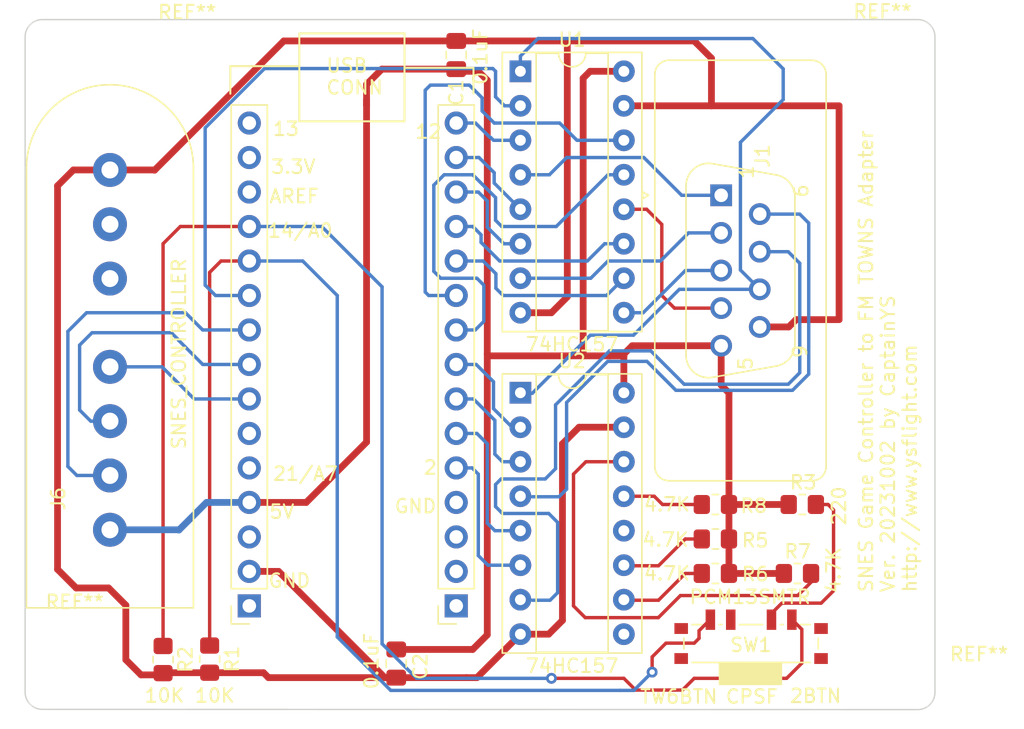
<source format=kicad_pcb>
(kicad_pcb (version 20221018) (generator pcbnew)
  (layers (0 "F.Cu" signal) (31 "B.Cu" signal) (34 "B.Paste" user) (35 "F.Paste" user) (36 "B.SilkS" user "B.Silkscreen") (37 "F.SilkS" user "F.Silkscreen") (38 "B.Mask" user) (39 "F.Mask" user) (44 "Edge.Cuts" user))
  (net 0 "")
  (net 1 "+5V")
  (net 2 "GND")
  (net 3 "/OUT_P1")
  (net 4 "/OUT_P2")
  (net 5 "/OUT_P3")
  (net 6 "/OUT_P4")
  (net 7 "/OUT_P6")
  (net 8 "/OUT_P7")
  (net 9 "/COM")
  (net 14 "/TWNS2BTN")
  (net 15 "/TWNS6BTN")
  (net 16 "/DATA")
  (net 17 "/LATCH")
  (net 18 "/CLOCK")
  (net 22 "/OUT_P7B")
  (net 23 "/OUT_P7A")
  (net 24 "/OUT_P6B")
  (net 25 "/OUT_P6A")
  (net 26 "/OUT_P4B")
  (net 27 "/OUT_P4A")
  (net 28 "/OUT_P3B")
  (net 29 "/OUT_P3A")
  (net 30 "/OUT_P2B")
  (net 31 "/OUT_P2A")
  (net 32 "/OUT_P1B")
  (net 33 "/OUT_P1A")
  (net 41 "Net-(R3-Pad1)")
  (net 43 "Net-(U2-I0c)")
  (net 44 "Net-(U2-I1c)")
  (net 45 "Net-(U2-I0d)")
  (net 46 "Net-(U2-I1d)")
  (footprint "MountingHole:MountingHole_3.2mm_M3" (layer "F.Cu") (at 109.0676 110.5916)
    (fp_text reference "REF**" (at 0 -4.2) (layer "F.SilkS"))
    (fp_text value "2.85mm")
    (pad "" np_thru_hole circle (at 0 0) (size 2.9 2.9) (drill 2.9) (layers "F&B.Cu" "*.Mask"))
  )
  (footprint "Resistor_SMD:R_0805_2012Metric_Pad1.20x1.40mm_HandSolder" (layer "F.Cu") (at 156.2448 104.2924 180)
    (fp_text reference "R6" (at -2.9304 -0.0508) (layer "F.SilkS"))
    (fp_text value "4.7K" (at 3.572 0) (layer "F.SilkS"))
    (pad "1" smd roundrect (at -1 0 180) (size 1.2 1.4) (layers "F.Cu" "F.Paste" "F.Mask") (roundrect_rratio 0.208333) (net 1 "+5V"))
    (pad "2" smd roundrect (at 1 0 180) (size 1.2 1.4) (layers "F.Cu" "F.Paste" "F.Mask") (roundrect_rratio 0.208333) (net 44 "Net-(U2-I1c)"))
  )
  (footprint "Package_DIP:DIP-16_W7.62mm_Socket" (layer "F.Cu") (at 141.8844 90.9828)
    (fp_text reference "U2" (at 3.81 -2.33) (layer "F.SilkS"))
    (fp_text value "74HC157" (at 3.81 20.11) (layer "F.SilkS"))
    (pad "1" thru_hole rect (at 0 0) (size 1.6 1.6) (drill 0.8) (layers "*.Cu" "*.Mask") (net 9 "/COM"))
    (pad "2" thru_hole oval (at 0 2.54) (size 1.6 1.6) (drill 0.8) (layers "*.Cu" "*.Mask") (net 25 "/OUT_P6A"))
    (pad "3" thru_hole oval (at 0 5.08) (size 1.6 1.6) (drill 0.8) (layers "*.Cu" "*.Mask") (net 24 "/OUT_P6B"))
    (pad "4" thru_hole oval (at 0 7.62) (size 1.6 1.6) (drill 0.8) (layers "*.Cu" "*.Mask") (net 7 "/OUT_P6"))
    (pad "5" thru_hole oval (at 0 10.16) (size 1.6 1.6) (drill 0.8) (layers "*.Cu" "*.Mask") (net 23 "/OUT_P7A"))
    (pad "6" thru_hole oval (at 0 12.7) (size 1.6 1.6) (drill 0.8) (layers "*.Cu" "*.Mask") (net 22 "/OUT_P7B"))
    (pad "7" thru_hole oval (at 0 15.24) (size 1.6 1.6) (drill 0.8) (layers "*.Cu" "*.Mask") (net 8 "/OUT_P7"))
    (pad "8" thru_hole oval (at 0 17.78) (size 1.6 1.6) (drill 0.8) (layers "*.Cu" "*.Mask") (net 2 "GND"))
    (pad "9" thru_hole oval (at 7.62 17.78) (size 1.6 1.6) (drill 0.8) (layers "*.Cu" "*.Mask"))
    (pad "10" thru_hole oval (at 7.62 15.24) (size 1.6 1.6) (drill 0.8) (layers "*.Cu" "*.Mask") (net 44 "Net-(U2-I1c)"))
    (pad "11" thru_hole oval (at 7.62 12.7) (size 1.6 1.6) (drill 0.8) (layers "*.Cu" "*.Mask") (net 43 "Net-(U2-I0c)"))
    (pad "12" thru_hole oval (at 7.62 10.16) (size 1.6 1.6) (drill 0.8) (layers "*.Cu" "*.Mask"))
    (pad "13" thru_hole oval (at 7.62 7.62) (size 1.6 1.6) (drill 0.8) (layers "*.Cu" "*.Mask") (net 46 "Net-(U2-I1d)"))
    (pad "14" thru_hole oval (at 7.62 5.08) (size 1.6 1.6) (drill 0.8) (layers "*.Cu" "*.Mask") (net 45 "Net-(U2-I0d)"))
    (pad "15" thru_hole oval (at 7.62 2.54) (size 1.6 1.6) (drill 0.8) (layers "*.Cu" "*.Mask") (net 2 "GND"))
    (pad "16" thru_hole oval (at 7.62 0) (size 1.6 1.6) (drill 0.8) (layers "*.Cu" "*.Mask") (net 1 "+5V"))
  )
  (footprint "Package_DIP:DIP-16_W7.62mm_Socket" (layer "F.Cu") (at 141.8844 67.31)
    (fp_text reference "U1" (at 3.81 -2.33) (layer "F.SilkS"))
    (fp_text value "74HC157" (at 3.81 20.11) (layer "F.SilkS"))
    (pad "1" thru_hole rect (at 0 0) (size 1.6 1.6) (drill 0.8) (layers "*.Cu" "*.Mask") (net 9 "/COM"))
    (pad "2" thru_hole oval (at 0 2.54) (size 1.6 1.6) (drill 0.8) (layers "*.Cu" "*.Mask") (net 33 "/OUT_P1A"))
    (pad "3" thru_hole oval (at 0 5.08) (size 1.6 1.6) (drill 0.8) (layers "*.Cu" "*.Mask") (net 32 "/OUT_P1B"))
    (pad "4" thru_hole oval (at 0 7.62) (size 1.6 1.6) (drill 0.8) (layers "*.Cu" "*.Mask") (net 3 "/OUT_P1"))
    (pad "5" thru_hole oval (at 0 10.16) (size 1.6 1.6) (drill 0.8) (layers "*.Cu" "*.Mask") (net 31 "/OUT_P2A"))
    (pad "6" thru_hole oval (at 0 12.7) (size 1.6 1.6) (drill 0.8) (layers "*.Cu" "*.Mask") (net 30 "/OUT_P2B"))
    (pad "7" thru_hole oval (at 0 15.24) (size 1.6 1.6) (drill 0.8) (layers "*.Cu" "*.Mask") (net 4 "/OUT_P2"))
    (pad "8" thru_hole oval (at 0 17.78) (size 1.6 1.6) (drill 0.8) (layers "*.Cu" "*.Mask") (net 2 "GND"))
    (pad "9" thru_hole oval (at 7.62 17.78) (size 1.6 1.6) (drill 0.8) (layers "*.Cu" "*.Mask") (net 5 "/OUT_P3"))
    (pad "10" thru_hole oval (at 7.62 15.24) (size 1.6 1.6) (drill 0.8) (layers "*.Cu" "*.Mask") (net 28 "/OUT_P3B"))
    (pad "11" thru_hole oval (at 7.62 12.7) (size 1.6 1.6) (drill 0.8) (layers "*.Cu" "*.Mask") (net 29 "/OUT_P3A"))
    (pad "12" thru_hole oval (at 7.62 10.16) (size 1.6 1.6) (drill 0.8) (layers "*.Cu" "*.Mask") (net 6 "/OUT_P4"))
    (pad "13" thru_hole oval (at 7.62 7.62) (size 1.6 1.6) (drill 0.8) (layers "*.Cu" "*.Mask") (net 26 "/OUT_P4B"))
    (pad "14" thru_hole oval (at 7.62 5.08) (size 1.6 1.6) (drill 0.8) (layers "*.Cu" "*.Mask") (net 27 "/OUT_P4A"))
    (pad "15" thru_hole oval (at 7.62 2.54) (size 1.6 1.6) (drill 0.8) (layers "*.Cu" "*.Mask") (net 2 "GND"))
    (pad "16" thru_hole oval (at 7.62 0) (size 1.6 1.6) (drill 0.8) (layers "*.Cu" "*.Mask") (net 1 "+5V"))
  )
  (footprint "Resistor_SMD:R_0805_2012Metric_Pad1.20x1.40mm_HandSolder" (layer "F.Cu") (at 156.2448 101.7524 180)
    (fp_text reference "R5" (at -2.9304 -0.1016) (layer "F.SilkS"))
    (fp_text value "4.7K" (at 3.6736 -0.0508) (layer "F.SilkS"))
    (pad "1" smd roundrect (at -1 0 180) (size 1.2 1.4) (layers "F.Cu" "F.Paste" "F.Mask") (roundrect_rratio 0.208333) (net 1 "+5V"))
    (pad "2" smd roundrect (at 1 0 180) (size 1.2 1.4) (layers "F.Cu" "F.Paste" "F.Mask") (roundrect_rratio 0.208333) (net 43 "Net-(U2-I0c)"))
  )
  (footprint "Connector_PinSocket_2.54mm:PinSocket_1x15_P2.54mm_Vertical" (layer "F.Cu") (at 121.92 106.68 180)
    (fp_text reference "J9")
    (fp_text value "ArduinoNANOP16_P30")
    (pad "1" thru_hole rect (at 0 0 180) (size 1.7 1.7) (drill 1) (layers "*.Cu" "*.Mask"))
    (pad "2" thru_hole oval (at 0 2.54 180) (size 1.7 1.7) (drill 1) (layers "*.Cu" "*.Mask") (net 2 "GND"))
    (pad "3" thru_hole oval (at 0 5.08 180) (size 1.7 1.7) (drill 1) (layers "*.Cu" "*.Mask"))
    (pad "4" thru_hole oval (at 0 7.62 180) (size 1.7 1.7) (drill 1) (layers "*.Cu" "*.Mask") (net 1 "+5V"))
    (pad "5" thru_hole oval (at 0 10.16 180) (size 1.7 1.7) (drill 1) (layers "*.Cu" "*.Mask"))
    (pad "6" thru_hole oval (at 0 12.7 180) (size 1.7 1.7) (drill 1) (layers "*.Cu" "*.Mask"))
    (pad "7" thru_hole oval (at 0 15.24 180) (size 1.7 1.7) (drill 1) (layers "*.Cu" "*.Mask") (net 16 "/DATA"))
    (pad "8" thru_hole oval (at 0 17.78 180) (size 1.7 1.7) (drill 1) (layers "*.Cu" "*.Mask") (net 17 "/LATCH"))
    (pad "9" thru_hole oval (at 0 20.32 180) (size 1.7 1.7) (drill 1) (layers "*.Cu" "*.Mask") (net 18 "/CLOCK"))
    (pad "10" thru_hole oval (at 0 22.86 180) (size 1.7 1.7) (drill 1) (layers "*.Cu" "*.Mask") (net 33 "/OUT_P1A"))
    (pad "11" thru_hole oval (at 0 25.4 180) (size 1.7 1.7) (drill 1) (layers "*.Cu" "*.Mask") (net 15 "/TWNS6BTN"))
    (pad "12" thru_hole oval (at 0 27.94 180) (size 1.7 1.7) (drill 1) (layers "*.Cu" "*.Mask") (net 14 "/TWNS2BTN"))
    (pad "13" thru_hole oval (at 0 30.48 180) (size 1.7 1.7) (drill 1) (layers "*.Cu" "*.Mask"))
    (pad "14" thru_hole oval (at 0 33.02 180) (size 1.7 1.7) (drill 1) (layers "*.Cu" "*.Mask"))
    (pad "15" thru_hole oval (at 0 35.56 180) (size 1.7 1.7) (drill 1) (layers "*.Cu" "*.Mask"))
  )
  (footprint "Button_Switch_SMD:SW_SP3T_PCM13" (layer "F.Cu") (at 158.8756 109.126)
    (fp_text reference "SW1" (at -0.0192 0.4316) (layer "F.SilkS"))
    (fp_text value "PCM13SMTR" (at -0.0748 -3.1064) (layer "F.SilkS"))
    (pad "" smd rect (at -5.15 -0.78) (size 1 0.8) (layers "F.Cu" "F.Paste" "F.Mask"))
    (pad "" smd rect (at -5.15 1.43) (size 1 0.8) (layers "F.Cu" "F.Paste" "F.Mask"))
    (pad "" np_thru_hole circle (at -2.5 0.33) (size 0.9 0.9) (drill 0.9) (layers "*.Cu" "*.Mask"))
    (pad "" np_thru_hole circle (at 2.5 0.33) (size 0.9 0.9) (drill 0.9) (layers "*.Cu" "*.Mask"))
    (pad "" smd rect (at 5.15 -0.78) (size 1 0.8) (layers "F.Cu" "F.Paste" "F.Mask"))
    (pad "" smd rect (at 5.15 1.43) (size 1 0.8) (layers "F.Cu" "F.Paste" "F.Mask"))
    (pad "1" smd rect (at -3 -1.43) (size 0.7 1.5) (layers "F.Cu" "F.Paste" "F.Mask") (net 15 "/TWNS6BTN"))
    (pad "2" smd rect (at -1.5 -1.43) (size 0.7 1.5) (layers "F.Cu" "F.Paste" "F.Mask"))
    (pad "3" smd rect (at 1.5 -1.43) (size 0.7 1.5) (layers "F.Cu" "F.Paste" "F.Mask") (net 41 "Net-(R3-Pad1)"))
    (pad "4" smd rect (at 3 -1.43) (size 0.7 1.5) (layers "F.Cu" "F.Paste" "F.Mask") (net 14 "/TWNS2BTN"))
  )
  (footprint "SNES:SNES_Controller" (layer "F.Cu") (at 111.6584 101.0744 90)
    (fp_text reference "J6" (at 2.285 -3.81 90 unlocked) (layer "F.SilkS"))
    (fp_text value "SNES_CONTROLLER" (at 12.953 5.08 90 unlocked) (layer "F.SilkS"))
    (pad "1" thru_hole circle (at 0 0 90) (size 2.5 2.5) (drill 1.25) (layers "*.Cu" "*.Mask") (net 1 "+5V"))
    (pad "2" thru_hole circle (at 4 0 90) (size 2.5 2.5) (drill 1.25) (layers "*.Cu" "*.Mask") (net 18 "/CLOCK"))
    (pad "3" thru_hole circle (at 8 0 90) (size 2.5 2.5) (drill 1.25) (layers "*.Cu" "*.Mask") (net 17 "/LATCH"))
    (pad "4" thru_hole circle (at 12 0 90) (size 2.5 2.5) (drill 1.25) (layers "*.Cu" "*.Mask") (net 16 "/DATA"))
    (pad "5" thru_hole circle (at 18.5 0 90) (size 2.5 2.5) (drill 1.25) (layers "*.Cu" "*.Mask"))
    (pad "6" thru_hole circle (at 22.5 0 90) (size 2.5 2.5) (drill 1.25) (layers "*.Cu" "*.Mask"))
    (pad "7" thru_hole circle (at 26.5 0 90) (size 2.5 2.5) (drill 1.25) (layers "*.Cu" "*.Mask") (net 2 "GND"))
  )
  (footprint "MountingHole:MountingHole_3.2mm_M3" (layer "F.Cu") (at 117.348 67.1576)
    (fp_text reference "REF**" (at 0 -4.2) (layer "F.SilkS"))
    (fp_text value "2.85mm")
    (pad "" np_thru_hole circle (at 0 0) (size 2.9 2.9) (drill 2.9) (layers "F&B.Cu" "*.Mask"))
  )
  (footprint "MountingHole:MountingHole_3.2mm_M3" (layer "F.Cu") (at 168.5544 67.1068)
    (fp_text reference "REF**" (at 0 -4.2) (layer "F.SilkS"))
    (fp_text value "2.85mm")
    (pad "" np_thru_hole circle (at 0 0) (size 2.9 2.9) (drill 2.9) (layers "F&B.Cu" "*.Mask"))
  )
  (footprint "Resistor_SMD:R_0805_2012Metric_Pad1.20x1.40mm_HandSolder" (layer "F.Cu") (at 162.6456 99.2124 180)
    (fp_text reference "R3" (at -0.0668 1.6256) (layer "F.SilkS"))
    (fp_text value "220" (at -2.7084 -0.1016 90) (layer "F.SilkS"))
    (pad "1" smd roundrect (at -1 0 180) (size 1.2 1.4) (layers "F.Cu" "F.Paste" "F.Mask") (roundrect_rratio 0.208333) (net 41 "Net-(R3-Pad1)"))
    (pad "2" smd roundrect (at 1 0 180) (size 1.2 1.4) (layers "F.Cu" "F.Paste" "F.Mask") (roundrect_rratio 0.208333) (net 1 "+5V"))
  )
  (footprint "Resistor_SMD:R_0805_2012Metric_Pad1.20x1.40mm_HandSolder" (layer "F.Cu") (at 115.57 110.633 -90)
    (fp_text reference "R2" (at 0 -1.65 90) (layer "F.SilkS"))
    (fp_text value "10K" (at 2.651 -0.1016 180) (layer "F.SilkS"))
    (pad "1" smd roundrect (at -1 0 270) (size 1.2 1.4) (layers "F.Cu" "F.Paste" "F.Mask") (roundrect_rratio 0.208333) (net 14 "/TWNS2BTN"))
    (pad "2" smd roundrect (at 1 0 270) (size 1.2 1.4) (layers "F.Cu" "F.Paste" "F.Mask") (roundrect_rratio 0.208333) (net 2 "GND"))
  )
  (footprint "Connector_Dsub:DSUB-9_Female_Vertical_P2.77x2.84mm" (layer "F.Cu") (at 156.672 76.4406 90)
    (fp_text reference "J1" (at 2.89 3.048 90) (layer "F.SilkS"))
    (fp_text value "DE9_Receptacle")
    (pad "1" thru_hole rect (at 0 0 90) (size 1.6 1.6) (drill 1) (layers "*.Cu" "*.Mask") (net 3 "/OUT_P1"))
    (pad "2" thru_hole circle (at -2.77 0 90) (size 1.6 1.6) (drill 1) (layers "*.Cu" "*.Mask") (net 4 "/OUT_P2"))
    (pad "3" thru_hole circle (at -5.54 0 90) (size 1.6 1.6) (drill 1) (layers "*.Cu" "*.Mask") (net 5 "/OUT_P3"))
    (pad "4" thru_hole circle (at -8.31 0 90) (size 1.6 1.6) (drill 1) (layers "*.Cu" "*.Mask") (net 6 "/OUT_P4"))
    (pad "5" thru_hole circle (at -11.08 0 90) (size 1.6 1.6) (drill 1) (layers "*.Cu" "*.Mask") (net 1 "+5V"))
    (pad "6" thru_hole circle (at -1.385 2.84 90) (size 1.6 1.6) (drill 1) (layers "*.Cu" "*.Mask") (net 7 "/OUT_P6"))
    (pad "7" thru_hole circle (at -4.155 2.84 90) (size 1.6 1.6) (drill 1) (layers "*.Cu" "*.Mask") (net 8 "/OUT_P7"))
    (pad "8" thru_hole circle (at -6.925 2.84 90) (size 1.6 1.6) (drill 1) (layers "*.Cu" "*.Mask") (net 9 "/COM"))
    (pad "9" thru_hole circle (at -9.695 2.84 90) (size 1.6 1.6) (drill 1) (layers "*.Cu" "*.Mask") (net 2 "GND"))
  )
  (footprint "Capacitor_SMD:C_0805_2012Metric_Pad1.18x1.45mm_HandSolder" (layer "F.Cu") (at 137.16 66.1123 90)
    (fp_text reference "C1" (at -2.7647 0 90) (layer "F.SilkS"))
    (fp_text value "0.1uF" (at -0.1231 1.778 90) (layer "F.SilkS"))
    (pad "1" smd roundrect (at -1.0375 0 90) (size 1.175 1.45) (layers "F.Cu" "F.Paste" "F.Mask") (roundrect_rratio 0.212766) (net 1 "+5V"))
    (pad "2" smd roundrect (at 1.0375 0 90) (size 1.175 1.45) (layers "F.Cu" "F.Paste" "F.Mask") (roundrect_rratio 0.212766) (net 2 "GND"))
  )
  (footprint "Resistor_SMD:R_0805_2012Metric_Pad1.20x1.40mm_HandSolder" (layer "F.Cu") (at 156.2448 99.2124 180)
    (fp_text reference "R8" (at -2.8288 -0.1016) (layer "F.SilkS"))
    (fp_text value "4.7K" (at 3.572 0) (layer "F.SilkS"))
    (pad "1" smd roundrect (at -1 0 180) (size 1.2 1.4) (layers "F.Cu" "F.Paste" "F.Mask") (roundrect_rratio 0.208333) (net 1 "+5V"))
    (pad "2" smd roundrect (at 1 0 180) (size 1.2 1.4) (layers "F.Cu" "F.Paste" "F.Mask") (roundrect_rratio 0.208333) (net 46 "Net-(U2-I1d)"))
  )
  (footprint "Connector_PinSocket_2.54mm:PinSocket_1x15_P2.54mm_Vertical" (layer "F.Cu") (at 137.16 106.68 180)
    (fp_text reference "J8")
    (fp_text value "ArduinoNANOP1_P15")
    (pad "1" thru_hole rect (at 0 0 180) (size 1.7 1.7) (drill 1) (layers "*.Cu" "*.Mask"))
    (pad "2" thru_hole oval (at 0 2.54 180) (size 1.7 1.7) (drill 1) (layers "*.Cu" "*.Mask"))
    (pad "3" thru_hole oval (at 0 5.08 180) (size 1.7 1.7) (drill 1) (layers "*.Cu" "*.Mask"))
    (pad "4" thru_hole oval (at 0 7.62 180) (size 1.7 1.7) (drill 1) (layers "*.Cu" "*.Mask"))
    (pad "5" thru_hole oval (at 0 10.16 180) (size 1.7 1.7) (drill 1) (layers "*.Cu" "*.Mask") (net 22 "/OUT_P7B"))
    (pad "6" thru_hole oval (at 0 12.7 180) (size 1.7 1.7) (drill 1) (layers "*.Cu" "*.Mask") (net 23 "/OUT_P7A"))
    (pad "7" thru_hole oval (at 0 15.24 180) (size 1.7 1.7) (drill 1) (layers "*.Cu" "*.Mask") (net 24 "/OUT_P6B"))
    (pad "8" thru_hole oval (at 0 17.78 180) (size 1.7 1.7) (drill 1) (layers "*.Cu" "*.Mask") (net 25 "/OUT_P6A"))
    (pad "9" thru_hole oval (at 0 20.32 180) (size 1.7 1.7) (drill 1) (layers "*.Cu" "*.Mask") (net 26 "/OUT_P4B"))
    (pad "10" thru_hole oval (at 0 22.86 180) (size 1.7 1.7) (drill 1) (layers "*.Cu" "*.Mask") (net 27 "/OUT_P4A"))
    (pad "11" thru_hole oval (at 0 25.4 180) (size 1.7 1.7) (drill 1) (layers "*.Cu" "*.Mask") (net 28 "/OUT_P3B"))
    (pad "12" thru_hole oval (at 0 27.94 180) (size 1.7 1.7) (drill 1) (layers "*.Cu" "*.Mask") (net 29 "/OUT_P3A"))
    (pad "13" thru_hole oval (at 0 30.48 180) (size 1.7 1.7) (drill 1) (layers "*.Cu" "*.Mask") (net 30 "/OUT_P2B"))
    (pad "14" thru_hole oval (at 0 33.02 180) (size 1.7 1.7) (drill 1) (layers "*.Cu" "*.Mask") (net 31 "/OUT_P2A"))
    (pad "15" thru_hole oval (at 0 35.56 180) (size 1.7 1.7) (drill 1) (layers "*.Cu" "*.Mask") (net 32 "/OUT_P1B"))
  )
  (footprint "Capacitor_SMD:C_0805_2012Metric_Pad1.18x1.45mm_HandSolder" (layer "F.Cu") (at 132.7404 110.9257 -90)
    (fp_text reference "C2" (at 0.2247 -1.778 90) (layer "F.SilkS"))
    (fp_text value "0.1uF" (at -0.1817 1.8288 90) (layer "F.SilkS"))
    (pad "1" smd roundrect (at -1.0375 0 270) (size 1.175 1.45) (layers "F.Cu" "F.Paste" "F.Mask") (roundrect_rratio 0.212766) (net 1 "+5V"))
    (pad "2" smd roundrect (at 1.0375 0 270) (size 1.175 1.45) (layers "F.Cu" "F.Paste" "F.Mask") (roundrect_rratio 0.212766) (net 2 "GND"))
  )
  (footprint "MountingHole:MountingHole_3.2mm_M3" (layer "F.Cu") (at 168.8084 110.6932)
    (fp_text reference "REF**" (at 6.858 -0.4572) (layer "F.SilkS"))
    (fp_text value "2.85mm")
    (pad "" np_thru_hole circle (at 0 0) (size 2.9 2.9) (drill 2.9) (layers "F&B.Cu" "*.Mask"))
  )
  (footprint "Resistor_SMD:R_0805_2012Metric_Pad1.20x1.40mm_HandSolder" (layer "F.Cu") (at 162.29 104.2924)
    (fp_text reference "R7" (at 0.016 -1.6256) (layer "F.SilkS"))
    (fp_text value "4.7K" (at 2.6576 -0.254 -90) (layer "F.SilkS"))
    (pad "1" smd roundrect (at -1 0) (size 1.2 1.4) (layers "F.Cu" "F.Paste" "F.Mask") (roundrect_rratio 0.208333) (net 1 "+5V"))
    (pad "2" smd roundrect (at 1 0) (size 1.2 1.4) (layers "F.Cu" "F.Paste" "F.Mask") (roundrect_rratio 0.208333) (net 45 "Net-(U2-I0d)"))
  )
  (footprint "Resistor_SMD:R_0805_2012Metric_Pad1.20x1.40mm_HandSolder" (layer "F.Cu") (at 118.999 110.601 -90)
    (fp_text reference "R1" (at 0 -1.65 90) (layer "F.SilkS"))
    (fp_text value "10K" (at 2.683 -0.381 180) (layer "F.SilkS"))
    (pad "1" smd roundrect (at -1 0 270) (size 1.2 1.4) (layers "F.Cu" "F.Paste" "F.Mask") (roundrect_rratio 0.208333) (net 15 "/TWNS6BTN"))
    (pad "2" smd roundrect (at 1 0 270) (size 1.2 1.4) (layers "F.Cu" "F.Paste" "F.Mask") (roundrect_rratio 0.208333) (net 2 "GND"))
  )
  (gr_rect (start 156.5656 110.871) (end 161.0868 112.4458) (stroke (width 0.15)) (fill solid) (layer "F.SilkS"))
  (gr_line (start 120.523 66.929) (end 125.603 66.929) (stroke (width 0.15)) (layer "F.SilkS"))
  (gr_line (start 125.6665 64.516) (end 133.35 64.516) (stroke (width 0.15)) (layer "F.SilkS"))
  (gr_line (start 133.35 67.056) (end 138.43 67.056) (stroke (width 0.15)) (layer "F.SilkS"))
  (gr_line (start 138.43 67.056) (end 138.43 68.961) (stroke (width 0.15)) (layer "F.SilkS"))
  (gr_line (start 125.603 70.993) (end 133.35 70.993) (stroke (width 0.15)) (layer "F.SilkS"))
  (gr_line (start 133.35 64.516) (end 133.35 70.993) (stroke (width 0.15)) (layer "F.SilkS"))
  (gr_line (start 120.523 68.961) (end 120.523 66.929) (stroke (width 0.15)) (layer "F.SilkS"))
  (gr_line (start 125.603 64.516) (end 125.603 70.993) (stroke (width 0.15)) (layer "F.SilkS"))
  (gr_arc (start 106.68 114.3) (mid 105.781974 113.928026) (end 105.41 113.03) (stroke (width 0.1)) (layer "Edge.Cuts"))
  (gr_arc (start 171.1452 63.5) (mid 172.043242 63.871965) (end 172.4152 64.77) (stroke (width 0.1)) (layer "Edge.Cuts"))
  (gr_line (start 171.145176 114.316384) (end 106.68 114.3) (stroke (width 0.1)) (layer "Edge.Cuts"))
  (gr_line (start 106.68 63.5) (end 171.1452 63.5) (stroke (width 0.1)) (layer "Edge.Cuts"))
  (gr_arc (start 172.415176 113.046384) (mid 172.043206 113.944411) (end 171.145176 114.316384) (stroke (width 0.1)) (layer "Edge.Cuts"))
  (gr_line (start 172.4152 64.77) (end 172.415176 113.046384) (stroke (width 0.1)) (layer "Edge.Cuts"))
  (gr_arc (start 105.41 64.77) (mid 105.781974 63.871974) (end 106.68 63.5) (stroke (width 0.1)) (layer "Edge.Cuts"))
  (gr_line (start 105.41 64.77) (end 105.41 113.03) (stroke (width 0.1)) (layer "Edge.Cuts"))
  (gr_text "5V" (at 123.317 100.33) (layer "F.SilkS") (effects (font (size 1 1)) (justify left bottom)))
  (gr_text "21/A7" (at 123.571 97.536) (layer "F.SilkS") (effects (font (size 1 1)) (justify left bottom)))
  (gr_text "2BTN" (at 161.6456 113.8936) (layer "F.SilkS") (effects (font (size 1 1)) (justify left bottom)))
  (gr_text "6" (at 163.155001 76.687047 90) (layer "F.SilkS") (effects (font (size 1 1)) (justify left bottom)))
  (gr_text "USB\nCONN" (at 127.508 69.088) (layer "F.SilkS") (effects (font (size 1 1)) (justify left bottom)))
  (gr_text "1" (at 159.131 75.311 90) (layer "F.SilkS") (effects (font (size 1 1)) (justify left bottom)))
  (gr_text "9" (at 163.068 88.519 90) (layer "F.SilkS") (effects (font (size 1 1)) (justify left bottom)))
  (gr_text "3.3V" (at 123.444 74.93) (layer "F.SilkS") (effects (font (size 1 1)) (justify left bottom)))
  (gr_text "13" (at 123.571 72.136) (layer "F.SilkS") (effects (font (size 1 1)) (justify left bottom)))
  (gr_text "SNES Game Controller to FM TOWNS Adapter\nVer. 20231002 by CaptainYS\nhttp://www.ysflight.com" (at 171.1452 105.7656 90) (layer "F.SilkS") (effects (font (size 1 1)) (justify left bottom)))
  (gr_text "14/A0" (at 123.19 79.629) (layer "F.SilkS") (effects (font (size 1 1)) (justify left bottom)))
  (gr_text "2" (at 134.6708 97.0788) (layer "F.SilkS") (effects (font (size 1 1)) (justify left bottom)))
  (gr_text "5" (at 159.0548 89.408 90) (layer "F.SilkS") (effects (font (size 1 1)) (justify left bottom)))
  (gr_text "AREF" (at 123.317 77.089) (layer "F.SilkS") (effects (font (size 1 1)) (justify left bottom)))
  (gr_text "TW6BTN" (at 150.622 113.9444) (layer "F.SilkS") (effects (font (size 1 1)) (justify left bottom)))
  (gr_text "GND" (at 132.5372 99.9236) (layer "F.SilkS") (effects (font (size 1 1)) (justify left bottom)))
  (gr_text "12" (at 134.0612 72.3392) (layer "F.SilkS") (effects (font (size 1 1)) (justify left bottom)))
  (gr_text "CPSF" (at 156.9212 113.9444) (layer "F.SilkS") (effects (font (size 1 1)) (justify left bottom)))
  (gr_text "GND" (at 123.25 105.41) (layer "F.SilkS") (effects (font (size 1 1)) (justify left bottom)))
  (segment (start 161.6456 99.2124) (end 157.2448 99.2124) (width 0.5) (layer "F.Cu") (net 1))
  (segment (start 157.2448 90.9968) (end 156.672 90.424) (width 0.5) (layer "F.Cu") (net 1))
  (segment (start 121.92 99.06) (end 126.111 99.06) (width 0.5) (layer "F.Cu") (net 1))
  (segment (start 139.446 67.9704) (end 139.446 88.138) (width 0.5) (layer "F.Cu") (net 1))
  (segment (start 156.672 90.424) (end 156.672 87.5206) (width 0.5) (layer "F.Cu") (net 1))
  (segment (start 157.2448 99.2124) (end 157.2448 90.9968) (width 0.5) (layer "F.Cu") (net 1))
  (segment (start 132.7404 109.8882) (end 138.3714 109.8882) (width 0.5) (layer "F.Cu") (net 1))
  (segment (start 161.29 104.2924) (end 157.2448 104.2924) (width 0.5) (layer "F.Cu") (net 1))
  (segment (start 137.16 67.1498) (end 131.6814 67.1498) (width 0.5) (layer "F.Cu") (net 1))
  (segment (start 150.1218 87.5206) (end 149.5044 88.138) (width 0.5) (layer "F.Cu") (net 1))
  (segment (start 147.0152 67.31) (end 149.5044 67.31) (width 0.5) (layer "F.Cu") (net 1))
  (segment (start 139.446 88.138) (end 139.446 108.8136) (width 0.5) (layer "F.Cu") (net 1))
  (segment (start 149.5044 90.9828) (end 149.5044 88.265) (width 0.5) (layer "F.Cu") (net 1))
  (segment (start 149.5044 88.138) (end 149.5044 88.265) (width 0.5) (layer "F.Cu") (net 1))
  (segment (start 138.7856 67.31) (end 139.446 67.9704) (width 0.5) (layer "F.Cu") (net 1))
  (segment (start 148.463 88.265) (end 146.5072 88.265) (width 0.5) (layer "F.Cu") (net 1))
  (segment (start 157.2448 101.7524) (end 157.2448 104.2924) (width 0.5) (layer "F.Cu") (net 1))
  (segment (start 130.556 94.615) (end 130.556 69.7992) (width 0.5) (layer "F.Cu") (net 1))
  (segment (start 146.5072 88.265) (end 139.573 88.265) (width 0.5) (layer "F.Cu") (net 1))
  (segment (start 126.111 99.06) (end 130.556 94.615) (width 0.5) (layer "F.Cu") (net 1))
  (segment (start 147.0152 67.31) (end 146.5072 67.818) (width 0.5) (layer "F.Cu") (net 1))
  (segment (start 137.3202 67.31) (end 138.7856 67.31) (width 0.5) (layer "F.Cu") (net 1))
  (segment (start 130.556 68.2752) (end 130.556 69.7992) (width 0.5) (layer "F.Cu") (net 1))
  (segment (start 139.573 88.265) (end 139.446 88.138) (width 0.5) (layer "F.Cu") (net 1))
  (segment (start 130.556 69.7992) (end 130.556 69.3928) (width 0.5) (layer "F.Cu") (net 1))
  (segment (start 146.5072 67.818) (end 146.5072 88.265) (width 0.5) (layer "F.Cu") (net 1))
  (segment (start 156.672 87.5206) (end 150.1218 87.5206) (width 0.5) (layer "F.Cu") (net 1))
  (segment (start 157.2448 99.2124) (end 157.2448 101.7524) (width 0.5) (layer "F.Cu") (net 1))
  (segment (start 131.6814 67.1498) (end 130.556 68.2752) (width 0.5) (layer "F.Cu") (net 1))
  (segment (start 148.463 88.265) (end 149.5044 88.265) (width 0.5) (layer "F.Cu") (net 1))
  (segment (start 137.16 67.1498) (end 137.3202 67.31) (width 0.5) (layer "F.Cu") (net 1))
  (segment (start 138.3714 109.8882) (end 139.446 108.8136) (width 0.5) (layer "F.Cu") (net 1))
  (segment (start 116.7384 101.092) (end 116.7208 101.0744) (width 0.5) (layer "B.Cu") (net 1))
  (segment (start 118.7704 99.06) (end 116.7384 101.092) (width 0.5) (layer "B.Cu") (net 1))
  (segment (start 116.7208 101.0744) (end 111.6584 101.0744) (width 0.5) (layer "B.Cu") (net 1))
  (segment (start 121.92 99.06) (end 118.7704 99.06) (width 0.5) (layer "B.Cu") (net 1))
  (segment (start 123.3302 111.9632) (end 132.7404 111.9632) (width 0.5) (layer "F.Cu") (net 2))
  (segment (start 115.602 111.601) (end 115.57 111.633) (width 0.5) (layer "F.Cu") (net 2))
  (segment (start 132.7404 111.9632) (end 137.922 111.9632) (width 0.5) (layer "F.Cu") (net 2))
  (segment (start 137.4648 64.77) (end 137.16 65.0748) (width 0.5) (layer "F.Cu") (net 2))
  (segment (start 165.354 69.85) (end 165.354 85.598) (width 0.5) (layer "F.Cu") (net 2))
  (segment (start 145.288 65.0748) (end 154.686 65.0748) (width 0.5) (layer "F.Cu") (net 2))
  (segment (start 111.5568 105.3592) (end 109.1692 105.3592) (width 0.5) (layer "F.Cu") (net 2))
  (segment (start 112.8268 106.6292) (end 111.5568 105.3592) (width 0.5) (layer "F.Cu") (net 2))
  (segment (start 162.1862 85.598) (end 161.6486 86.1356) (width 0.5) (layer "F.Cu") (net 2))
  (segment (start 114.9428 74.592) (end 114.9252 74.5744) (width 0.5) (layer "F.Cu") (net 2))
  (segment (start 146.2024 93.5228) (end 144.9832 94.742) (width 0.5) (layer "F.Cu") (net 2))
  (segment (start 155.956 69.85) (end 165.354 69.85) (width 0.5) (layer "F.Cu") (net 2))
  (segment (start 112.8268 110.6424) (end 112.8268 106.6292) (width 0.5) (layer "F.Cu") (net 2))
  (segment (start 145.288 65.0748) (end 145.3388 65.1256) (width 0.5) (layer "F.Cu") (net 2))
  (segment (start 131.9022 111.9632) (end 127.254 107.315) (width 0.5) (layer "F.Cu") (net 2))
  (segment (start 141.8844 108.7628) (end 138.684 111.9632) (width 0.5) (layer "F.Cu") (net 2))
  (segment (start 108.966 74.5744) (end 111.6584 74.5744) (width 0.5) (layer "F.Cu") (net 2))
  (segment (start 155.956 66.3448) (end 154.8384 65.2272) (width 0.5) (layer "F.Cu") (net 2))
  (segment (start 144.9832 94.742) (end 144.9832 107.7468) (width 0.5) (layer "F.Cu") (net 2))
  (segment (start 115.443 111.76) (end 113.9444 111.76) (width 0.5) (layer "F.Cu") (net 2))
  (segment (start 115.57 111.633) (end 115.443 111.76) (width 0.5) (layer "F.Cu") (net 2))
  (segment (start 107.7976 75.7428) (end 108.966 74.5744) (width 0.5) (layer "F.Cu") (net 2))
  (segment (start 144.1704 85.09) (end 141.8844 85.09) (width 0.5) (layer "F.Cu") (net 2))
  (segment (start 155.956 69.85) (end 149.5044 69.85) (width 0.5) (layer "F.Cu") (net 2))
  (segment (start 124.079 104.14) (end 121.92 104.14) (width 0.5) (layer "F.Cu") (net 2))
  (segment (start 113.9444 111.76) (end 112.8268 110.6424) (width 0.5) (layer "F.Cu") (net 2))
  (segment (start 149.5044 93.5228) (end 146.2024 93.5228) (width 0.5) (layer "F.Cu") (net 2))
  (segment (start 143.9672 108.7628) (end 141.8844 108.7628) (width 0.5) (layer "F.Cu") (net 2))
  (segment (start 144.9832 107.7468) (end 143.9672 108.7628) (width 0.5) (layer "F.Cu") (net 2))
  (segment (start 122.968 111.601) (end 118.999 111.601) (width 0.5) (layer "F.Cu") (net 2))
  (segment (start 124.46 65.0748) (end 114.9428 74.592) (width 0.5) (layer "F.Cu") (net 2))
  (segment (start 145.3388 65.1256) (end 145.3388 83.9216) (width 0.5) (layer "F.Cu") (net 2))
  (segment (start 114.9252 74.5744) (end 111.6584 74.5744) (width 0.5) (layer "F.Cu") (net 2))
  (segment (start 132.7404 111.9632) (end 131.9022 111.9632) (width 0.5) (layer "F.Cu") (net 2))
  (segment (start 118.999 111.601) (end 115.602 111.601) (width 0.5) (layer "F.Cu") (net 2))
  (segment (start 145.3388 83.9216) (end 144.1704 85.09) (width 0.5) (layer "F.Cu") (net 2))
  (segment (start 162.1862 85.598) (end 165.354 85.598) (width 0.5) (layer "F.Cu") (net 2))
  (segment (start 107.7976 103.9876) (end 107.7976 75.7428) (width 0.5) (layer "F.Cu") (net 2))
  (segment (start 137.16 65.0748) (end 145.288 65.0748) (width 0.5) (layer "F.Cu") (net 2))
  (segment (start 155.956 69.85) (end 155.956 66.3448) (width 0.5) (layer "F.Cu") (net 2))
  (segment (start 161.6486 86.1356) (end 159.512 86.1356) (width 0.5) (layer "F.Cu") (net 2))
  (segment (start 127.254 107.315) (end 124.079 104.14) (width 0.5) (layer "F.Cu") (net 2))
  (segment (start 109.1692 105.3592) (end 107.7976 103.9876) (width 0.5) (layer "F.Cu") (net 2))
  (segment (start 154.686 65.0748) (end 154.8384 65.2272) (width 0.5) (layer "F.Cu") (net 2))
  (segment (start 138.684 111.9632) (end 137.922 111.9632) (width 0.5) (layer "F.Cu") (net 2))
  (segment (start 122.968 111.601) (end 123.3302 111.9632) (width 0.5) (layer "F.Cu") (net 2))
  (segment (start 137.16 65.0748) (end 124.46 65.0748) (width 0.5) (layer "F.Cu") (net 2))
  (segment (start 153.7582 76.4406) (end 150.9776 73.66) (width 0.25) (layer "B.Cu") (net 3))
  (segment (start 144.018 74.93) (end 141.8844 74.93) (width 0.25) (layer "B.Cu") (net 3))
  (segment (start 145.288 73.66) (end 144.018 74.93) (width 0.25) (layer "B.Cu") (net 3))
  (segment (start 156.672 76.4406) (end 153.7582 76.4406) (width 0.25) (layer "B.Cu") (net 3))
  (segment (start 150.9776 73.66) (end 145.288 73.66) (width 0.25) (layer "B.Cu") (net 3))
  (segment (start 141.8844 82.55) (end 147.066 82.55) (width 0.25) (layer "B.Cu") (net 4))
  (segment (start 147.066 82.55) (end 148.336 81.28) (width 0.25) (layer "B.Cu") (net 4))
  (segment (start 148.336 81.28) (end 152.1968 81.28) (width 0.25) (layer "B.Cu") (net 4))
  (segment (start 156.672 79.2106) (end 154.2662 79.2106) (width 0.25) (layer "B.Cu") (net 4))
  (segment (start 154.2662 79.2106) (end 152.1968 81.28) (width 0.25) (layer "B.Cu") (net 4))
  (segment (start 156.672 81.9806) (end 154.0362 81.9806) (width 0.25) (layer "B.Cu") (net 5))
  (segment (start 154.0362 81.9806) (end 150.9268 85.09) (width 0.25) (layer "B.Cu") (net 5))
  (segment (start 149.5044 85.09) (end 150.9268 85.09) (width 0.25) (layer "B.Cu") (net 5))
  (segment (start 153.229 84.7506) (end 152.2984 83.82) (width 0.25) (layer "F.Cu") (net 6))
  (segment (start 156.672 84.7506) (end 153.229 84.7506) (width 0.25) (layer "F.Cu") (net 6))
  (segment (start 152.2984 78.5876) (end 151.1808 77.47) (width 0.25) (layer "F.Cu") (net 6))
  (segment (start 151.1808 77.47) (end 149.5044 77.47) (width 0.25) (layer "F.Cu") (net 6))
  (segment (start 152.2984 83.82) (end 152.2984 78.5876) (width 0.25) (layer "F.Cu") (net 6))
  (segment (start 142.758 98.6436) (end 144.7292 98.6436) (width 0.25) (layer "B.Cu") (net 7))
  (segment (start 162.4584 77.8256) (end 159.512 77.8256) (width 0.25) (layer "B.Cu") (net 7))
  (segment (start 145.288 98.0848) (end 145.288 91.696792) (width 0.25) (layer "B.Cu") (net 7))
  (segment (start 145.288 91.696792) (end 148.311996 88.672796) (width 0.25) (layer "B.Cu") (net 7))
  (segment (start 161.925 90.805) (end 163.1188 89.6112) (width 0.25) (layer "B.Cu") (net 7))
  (segment (start 151.207596 88.672796) (end 153.3398 90.805) (width 0.25) (layer "B.Cu") (net 7))
  (segment (start 163.1188 89.6112) (end 163.1188 78.486) (width 0.25) (layer "B.Cu") (net 7))
  (segment (start 144.7292 98.6436) (end 145.288 98.0848) (width 0.25) (layer "B.Cu") (net 7))
  (segment (start 163.1188 78.486) (end 162.4584 77.8256) (width 0.25) (layer "B.Cu") (net 7))
  (segment (start 153.3398 90.805) (end 161.925 90.805) (width 0.25) (layer "B.Cu") (net 7))
  (segment (start 148.311996 88.672796) (end 151.207596 88.672796) (width 0.25) (layer "B.Cu") (net 7))
  (segment (start 140.0556 97.7392) (end 140.462 97.3328) (width 0.25) (layer "B.Cu") (net 8))
  (segment (start 143.9672 99.8728) (end 140.5636 99.8728) (width 0.25) (layer "B.Cu") (net 8))
  (segment (start 143.7132 97.3328) (end 144.4752 96.5708) (width 0.25) (layer "B.Cu") (net 8))
  (segment (start 161.613 90.355) (end 162.4584 89.5096) (width 0.25) (layer "B.Cu") (net 8))
  (segment (start 144.6276 100.5332) (end 143.9672 99.8728) (width 0.25) (layer "B.Cu") (net 8))
  (segment (start 151.4856 87.897398) (end 153.943202 90.355) (width 0.25) (layer "B.Cu") (net 8))
  (segment (start 140.5636 99.8728) (end 140.0556 99.3648) (width 0.25) (layer "B.Cu") (net 8))
  (segment (start 144.4752 96.5708) (end 144.4752 91.873196) (width 0.25) (layer "B.Cu") (net 8))
  (segment (start 140.462 97.3328) (end 143.7132 97.3328) (width 0.25) (layer "B.Cu") (net 8))
  (segment (start 144.6276 105.7048) (end 144.6276 100.5332) (width 0.25) (layer "B.Cu") (net 8))
  (segment (start 153.943202 90.355) (end 161.613 90.355) (width 0.25) (layer "B.Cu") (net 8))
  (segment (start 161.6062 80.5956) (end 159.512 80.5956) (width 0.25) (layer "B.Cu") (net 8))
  (segment (start 162.4584 81.4478) (end 161.6062 80.5956) (width 0.25) (layer "B.Cu") (net 8))
  (segment (start 144.0688 106.2636) (end 144.6276 105.7048) (width 0.25) (layer "B.Cu") (net 8))
  (segment (start 148.450998 87.897398) (end 151.4856 87.897398) (width 0.25) (layer "B.Cu") (net 8))
  (segment (start 162.4584 89.5096) (end 162.4584 81.4478) (width 0.25) (layer "B.Cu") (net 8))
  (segment (start 140.0556 99.3648) (end 140.0556 97.7392) (width 0.25) (layer "B.Cu") (net 8))
  (segment (start 142.758 106.2636) (end 144.0688 106.2636) (width 0.25) (layer "B.Cu") (net 8))
  (segment (start 144.4752 91.873196) (end 148.450998 87.897398) (width 0.25) (layer "B.Cu") (net 8))
  (segment (start 141.9252 91.0236) (end 141.8844 90.9828) (width 0.25) (layer "B.Cu") (net 9))
  (segment (start 158.0896 72.5424) (end 158.0896 81.9432) (width 0.25) (layer "B.Cu") (net 9))
  (segment (start 141.8844 66.1924) (end 143.1798 64.897) (width 0.25) (layer "B.Cu") (net 9))
  (segment (start 142.758 91.0236) (end 141.9252 91.0236) (width 0.25) (layer "B.Cu") (net 9))
  (segment (start 153.591 83.3656) (end 150.2156 86.741) (width 0.25) (layer "B.Cu") (net 9))
  (segment (start 141.8844 67.31) (end 141.8844 66.1924) (width 0.25) (layer "B.Cu") (net 9))
  (segment (start 143.1798 64.897) (end 159.004 64.897) (width 0.25) (layer "B.Cu") (net 9))
  (segment (start 158.0896 81.9432) (end 159.512 83.3656) (width 0.25) (layer "B.Cu") (net 9))
  (segment (start 159.512 83.3656) (end 153.591 83.3656) (width 0.25) (layer "B.Cu") (net 9))
  (segment (start 159.004 64.897) (end 161.2392 67.1322) (width 0.25) (layer "B.Cu") (net 9))
  (segment (start 150.2156 86.741) (end 147.0406 86.741) (width 0.25) (layer "B.Cu") (net 9))
  (segment (start 161.2392 69.3928) (end 158.0896 72.5424) (width 0.25) (layer "B.Cu") (net 9))
  (segment (start 147.0406 86.741) (end 142.758 91.0236) (width 0.25) (layer "B.Cu") (net 9))
  (segment (start 161.2392 67.1322) (end 161.2392 69.3928) (width 0.25) (layer "B.Cu") (net 9))
  (segment (start 153.8224 112.8776) (end 154.686 112.014) (width 0.25) (layer "F.Cu") (net 14))
  (segment (start 162.6108 108.4072) (end 162.6108 110.8964) (width 0.25) (layer "F.Cu") (net 14))
  (segment (start 121.92 78.74) (end 116.84 78.74) (width 0.25) (layer "F.Cu") (net 14))
  (segment (start 115.57 80.01) (end 115.57 109.633) (width 0.25) (layer "F.Cu") (net 14))
  (segment (start 161.8756 107.696) (end 161.8996 107.696) (width 0.25) (layer "F.Cu") (net 14))
  (segment (start 144.1704 112.014) (end 149.5044 112.014) (width 0.25) (layer "F.Cu") (net 14))
  (segment (start 116.84 78.74) (end 115.57 80.01) (width 0.25) (layer "F.Cu") (net 14))
  (segment (start 149.5044 112.014) (end 150.368 112.8776) (width 0.25) (layer "F.Cu") (net 14))
  (segment (start 154.686 112.014) (end 161.4932 112.014) (width 0.25) (layer "F.Cu") (net 14))
  (segment (start 150.368 112.8776) (end 153.8224 112.8776) (width 0.25) (layer "F.Cu") (net 14))
  (segment (start 162.6108 110.8964) (end 161.4932 112.014) (width 0.25) (layer "F.Cu") (net 14))
  (segment (start 161.8996 107.696) (end 162.6108 108.4072) (width 0.25) (layer "F.Cu") (net 14))
  (via (at 144.1704 112.014) (size 0.8) (drill 0.4) (layers "F.Cu" "B.Cu") (net 14))
  (segment (start 134.239 112.014) (end 131.699 109.474) (width 0.25) (layer "B.Cu") (net 14))
  (segment (start 144.1704 112.014) (end 134.239 112.014) (width 0.25) (layer "B.Cu") (net 14))
  (segment (start 127.254 78.74) (end 121.92 78.74) (width 0.25) (layer "B.Cu") (net 14))
  (segment (start 131.699 83.185) (end 127.254 78.74) (width 0.25) (layer "B.Cu") (net 14))
  (segment (start 131.699 109.474) (end 131.699 83.185) (width 0.25) (layer "B.Cu") (net 14))
  (segment (start 118.999 82.1182) (end 119.8372 81.28) (width 0.25) (layer "F.Cu") (net 15))
  (segment (start 155.8544 107.696) (end 155.0416 108.5088) (width 0.25) (layer "F.Cu") (net 15))
  (segment (start 152.6032 109.4232) (end 151.5872 110.4392) (width 0.25) (layer "F.Cu") (net 15))
  (segment (start 119.8372 81.28) (end 121.92 81.28) (width 0.25) (layer "F.Cu") (net 15))
  (segment (start 155.0416 109.0676) (end 154.686 109.4232) (width 0.25) (layer "F.Cu") (net 15))
  (segment (start 118.999 109.601) (end 118.999 82.1182) (width 0.25) (layer "F.Cu") (net 15))
  (segment (start 154.686 109.4232) (end 152.6032 109.4232) (width 0.25) (layer "F.Cu") (net 15))
  (segment (start 151.5872 110.4392) (end 151.5872 111.5568) (width 0.25) (layer "F.Cu") (net 15))
  (segment (start 155.8756 107.696) (end 155.8544 107.696) (width 0.25) (layer "F.Cu") (net 15))
  (segment (start 155.0416 108.5088) (end 155.0416 109.0676) (width 0.25) (layer "F.Cu") (net 15))
  (via (at 151.5872 111.5568) (size 0.8) (drill 0.4) (layers "F.Cu" "B.Cu") (net 15))
  (segment (start 128.397 108.966) (end 128.397 83.82) (width 0.25) (layer "B.Cu") (net 15))
  (segment (start 128.397 83.82) (end 125.857 81.28) (width 0.25) (layer "B.Cu") (net 15))
  (segment (start 149.1996 112.903) (end 150.241 112.903) (width 0.25) (layer "B.Cu") (net 15))
  (segment (start 149.1996 112.903) (end 132.334 112.903) (width 0.25) (layer "B.Cu") (net 15))
  (segment (start 125.857 81.28) (end 121.92 81.28) (width 0.25) (layer "B.Cu") (net 15))
  (segment (start 132.334 112.903) (end 128.397 108.966) (width 0.25) (layer "B.Cu") (net 15))
  (segment (start 150.241 112.903) (end 151.5872 111.5568) (width 0.25) (layer "B.Cu") (net 15))
  (segment (start 117.856 91.44) (end 115.4904 89.0744) (width 0.25) (layer "B.Cu") (net 16))
  (segment (start 115.4904 89.0744) (end 111.6584 89.0744) (width 0.25) (layer "B.Cu") (net 16))
  (segment (start 121.92 91.44) (end 117.856 91.44) (width 0.25) (layer "B.Cu") (net 16))
  (segment (start 109.4232 92.2528) (end 110.2448 93.0744) (width 0.25) (layer "B.Cu") (net 17))
  (segment (start 110.3376 86.5632) (end 109.4232 87.4776) (width 0.25) (layer "B.Cu") (net 17))
  (segment (start 121.92 88.9) (end 118.491 88.9) (width 0.25) (layer "B.Cu") (net 17))
  (segment (start 116.713 87.122) (end 116.713 87.0966) (width 0.25) (layer "B.Cu") (net 17))
  (segment (start 109.4232 87.4776) (end 109.4232 92.2528) (width 0.25) (layer "B.Cu") (net 17))
  (segment (start 118.491 88.9) (end 116.713 87.122) (width 0.25) (layer "B.Cu") (net 17))
  (segment (start 116.713 87.0966) (end 116.1796 86.5632) (width 0.25) (layer "B.Cu") (net 17))
  (segment (start 116.1796 86.5632) (end 110.3376 86.5632) (width 0.25) (layer "B.Cu") (net 17))
  (segment (start 110.2448 93.0744) (end 111.6584 93.0744) (width 0.25) (layer "B.Cu") (net 17))
  (segment (start 117.221 85.09) (end 109.9312 85.09) (width 0.25) (layer "B.Cu") (net 18))
  (segment (start 108.5596 96.414) (end 109.22 97.0744) (width 0.25) (layer "B.Cu") (net 18))
  (segment (start 109.9312 85.09) (end 108.5596 86.4616) (width 0.25) (layer "B.Cu") (net 18))
  (segment (start 118.491 86.36) (end 117.221 85.09) (width 0.25) (layer "B.Cu") (net 18))
  (segment (start 121.92 86.36) (end 118.491 86.36) (width 0.25) (layer "B.Cu") (net 18))
  (segment (start 109.22 97.0744) (end 111.6584 97.0744) (width 0.25) (layer "B.Cu") (net 18))
  (segment (start 108.5596 86.4616) (end 108.5596 96.414) (width 0.25) (layer "B.Cu") (net 18))
  (segment (start 139.4968 103.6828) (end 141.8844 103.6828) (width 0.25) (layer "B.Cu") (net 22))
  (segment (start 137.16 96.52) (end 138.3284 96.52) (width 0.25) (layer "B.Cu") (net 22))
  (segment (start 138.3284 96.52) (end 138.7856 96.9772) (width 0.25) (layer "B.Cu") (net 22))
  (segment (start 138.7856 102.9716) (end 139.4968 103.6828) (width 0.25) (layer "B.Cu") (net 22))
  (segment (start 138.7856 96.9772) (end 138.7856 102.9716) (width 0.25) (layer "B.Cu") (net 22))
  (segment (start 138.684 93.98) (end 139.446 94.742) (width 0.25) (layer "B.Cu") (net 23))
  (segment (start 139.446 100.584) (end 140.0048 101.1428) (width 0.25) (layer "B.Cu") (net 23))
  (segment (start 137.16 93.98) (end 138.684 93.98) (width 0.25) (layer "B.Cu") (net 23))
  (segment (start 139.446 94.742) (end 139.446 100.584) (width 0.25) (layer "B.Cu") (net 23))
  (segment (start 140.0048 101.1428) (end 141.8844 101.1428) (width 0.25) (layer "B.Cu") (net 23))
  (segment (start 140.0048 95.504) (end 140.5636 96.0628) (width 0.25) (layer "B.Cu") (net 24))
  (segment (start 140.5636 96.0628) (end 141.8844 96.0628) (width 0.25) (layer "B.Cu") (net 24))
  (segment (start 138.43 91.44) (end 140.0048 93.0148) (width 0.25) (layer "B.Cu") (net 24))
  (segment (start 140.0048 93.0148) (end 140.0048 95.504) (width 0.25) (layer "B.Cu") (net 24))
  (segment (start 137.16 91.44) (end 138.43 91.44) (width 0.25) (layer "B.Cu") (net 24))
  (segment (start 139.9032 92.1512) (end 141.2748 93.5228) (width 0.25) (layer "B.Cu") (net 25))
  (segment (start 137.16 88.9) (end 138.6332 88.9) (width 0.25) (layer "B.Cu") (net 25))
  (segment (start 139.9032 90.17) (end 139.9032 92.1512) (width 0.25) (layer "B.Cu") (net 25))
  (segment (start 138.6332 88.9) (end 139.9032 90.17) (width 0.25) (layer "B.Cu") (net 25))
  (segment (start 141.2748 93.5228) (end 141.8844 93.5228) (width 0.25) (layer "B.Cu") (net 25))
  (segment (start 139.192 83.058) (end 139.192 85.725) (width 0.25) (layer "B.Cu") (net 26))
  (segment (start 140.5128 78.74) (end 140.0556 78.2828) (width 0.25) (layer "B.Cu") (net 26))
  (segment (start 138.3792 74.93) (end 136.271 74.93) (width 0.25) (layer "B.Cu") (net 26))
  (segment (start 149.5044 74.93) (end 148.336 74.93) (width 0.25) (layer "B.Cu") (net 26))
  (segment (start 136.271 74.93) (end 135.509 75.692) (width 0.25) (layer "B.Cu") (net 26))
  (segment (start 139.192 85.725) (end 138.557 86.36) (width 0.25) (layer "B.Cu") (net 26))
  (segment (start 140.0556 76.6064) (end 138.3792 74.93) (width 0.25) (layer "B.Cu") (net 26))
  (segment (start 135.509 82.042) (end 136.017 82.55) (width 0.25) (layer "B.Cu") (net 26))
  (segment (start 148.336 74.93) (end 144.526 78.74) (width 0.25) (layer "B.Cu") (net 26))
  (segment (start 138.557 86.36) (end 137.16 86.36) (width 0.25) (layer "B.Cu") (net 26))
  (segment (start 138.684 82.55) (end 139.192 83.058) (width 0.25) (layer "B.Cu") (net 26))
  (segment (start 135.509 75.692) (end 135.509 82.042) (width 0.25) (layer "B.Cu") (net 26))
  (segment (start 140.0556 78.2828) (end 140.0556 76.6064) (width 0.25) (layer "B.Cu") (net 26))
  (segment (start 136.017 82.55) (end 138.684 82.55) (width 0.25) (layer "B.Cu") (net 26))
  (segment (start 144.526 78.74) (end 140.5128 78.74) (width 0.25) (layer "B.Cu") (net 26))
  (segment (start 139.954 71.12) (end 139.065 70.231) (width 0.25) (layer "B.Cu") (net 27))
  (segment (start 134.874 68.707) (end 134.874 83.566) (width 0.25) (layer "B.Cu") (net 27))
  (segment (start 144.78 71.12) (end 139.954 71.12) (width 0.25) (layer "B.Cu") (net 27))
  (segment (start 134.874 83.566) (end 135.128 83.82) (width 0.25) (layer "B.Cu") (net 27))
  (segment (start 135.255 68.326) (end 134.874 68.707) (width 0.25) (layer "B.Cu") (net 27))
  (segment (start 139.065 69.2658) (end 138.1252 68.326) (width 0.25) (layer "B.Cu") (net 27))
  (segment (start 146.05 72.39) (end 144.78 71.12) (width 0.25) (layer "B.Cu") (net 27))
  (segment (start 135.128 83.82) (end 137.16 83.82) (width 0.25) (layer "B.Cu") (net 27))
  (segment (start 149.5044 72.39) (end 146.05 72.39) (width 0.25) (layer "B.Cu") (net 27))
  (segment (start 138.1252 68.326) (end 135.255 68.326) (width 0.25) (layer "B.Cu") (net 27))
  (segment (start 139.065 70.231) (end 139.065 69.2658) (width 0.25) (layer "B.Cu") (net 27))
  (segment (start 139.1412 81.28) (end 137.16 81.28) (width 0.25) (layer "B.Cu") (net 28))
  (segment (start 149.5044 82.55) (end 148.2344 83.82) (width 0.25) (layer "B.Cu") (net 28))
  (segment (start 140.6144 83.82) (end 140.081 83.2866) (width 0.25) (layer "B.Cu") (net 28))
  (segment (start 140.081 83.2866) (end 140.081 82.2198) (width 0.25) (layer "B.Cu") (net 28))
  (segment (start 148.2344 83.82) (end 140.6144 83.82) (width 0.25) (layer "B.Cu") (net 28))
  (segment (start 140.081 82.2198) (end 139.1412 81.28) (width 0.25) (layer "B.Cu") (net 28))
  (segment (start 138.9888 79.9084) (end 138.9888 79.3496) (width 0.25) (layer "B.Cu") (net 29))
  (segment (start 138.9888 79.3496) (end 138.3792 78.74) (width 0.25) (layer "B.Cu") (net 29))
  (segment (start 146.812 81.28) (end 140.3604 81.28) (width 0.25) (layer "B.Cu") (net 29))
  (segment (start 138.3792 78.74) (end 137.16 78.74) (width 0.25) (layer "B.Cu") (net 29))
  (segment (start 148.082 80.01) (end 146.812 81.28) (width 0.25) (layer "B.Cu") (net 29))
  (segment (start 149.5044 80.01) (end 148.082 80.01) (width 0.25) (layer "B.Cu") (net 29))
  (segment (start 140.3604 81.28) (end 138.9888 79.9084) (width 0.25) (layer "B.Cu") (net 29))
  (segment (start 138.7856 76.2) (end 139.446 76.8604) (width 0.25) (layer "B.Cu") (net 30))
  (segment (start 140.6652 80.01) (end 141.8844 80.01) (width 0.25) (layer "B.Cu") (net 30))
  (segment (start 139.446 76.8604) (end 139.446 78.7908) (width 0.25) (layer "B.Cu") (net 30))
  (segment (start 139.446 78.7908) (end 140.6652 80.01) (width 0.25) (layer "B.Cu") (net 30))
  (segment (start 137.16 76.2) (end 138.7856 76.2) (width 0.25) (layer "B.Cu") (net 30))
  (segment (start 141.8844 77.47) (end 139.954 75.5396) (width 0.25) (layer "B.Cu") (net 31))
  (segment (start 139.954 75.5396) (end 139.954 74.7776) (width 0.25) (layer "B.Cu") (net 31))
  (segment (start 139.954 74.7776) (end 138.8364 73.66) (width 0.25) (layer "B.Cu") (net 31))
  (segment (start 138.8364 73.66) (end 137.16 73.66) (width 0.25) (layer "B.Cu") (net 31))
  (segment (start 139.7 72.1868) (end 139.9032 72.39) (width 0.25) (layer "B.Cu") (net 32))
  (segment (start 139.6492 72.1868) (end 139.7 72.1868) (width 0.25) (layer "B.Cu") (net 32))
  (segment (start 137.16 71.12) (end 138.5824 71.12) (width 0.25) (layer "B.Cu") (net 32))
  (segment (start 138.5824 71.12) (end 139.6492 72.1868) (width 0.25) (layer "B.Cu") (net 32))
  (segment (start 139.9032 72.39) (end 141.8844 72.39) (width 0.25) (layer "B.Cu") (net 32))
  (segment (start 121.92 83.82) (end 119.4308 83.82) (width 0.25) (layer "B.Cu") (net 33))
  (segment (start 139.8524 67.1068) (end 140.0556 67.31) (width 0.25) (layer "B.Cu") (net 33))
  (segment (start 140.716 69.85) (end 141.8844 69.85) (width 0.25) (layer "B.Cu") (net 33))
  (segment (start 118.6688 83.058) (end 118.6688 71.4756) (width 0.25) (layer "B.Cu") (net 33))
  (segment (start 123.0376 67.1068) (end 139.8524 67.1068) (width 0.25) (layer "B.Cu") (net 33))
  (segment (start 140.0556 67.31) (end 140.0556 69.1896) (width 0.25) (layer "B.Cu") (net 33))
  (segment (start 119.4308 83.82) (end 118.6688 83.058) (width 0.25) (layer "B.Cu") (net 33))
  (segment (start 118.6688 71.4756) (end 123.0376 67.1068) (width 0.25) (layer "B.Cu") (net 33))
  (segment (start 140.0556 69.1896) (end 140.716 69.85) (width 0.25) (layer "B.Cu") (net 33))
  (segment (start 160.3756 107.2388) (end 161.1376 106.4768) (width 0.25) (layer "F.Cu") (net 41))
  (segment (start 164.9476 105.5624) (end 164.0332 106.4768) (width 0.25) (layer "F.Cu") (net 41))
  (segment (start 161.1376 106.4768) (end 164.0332 106.4768) (width 0.25) (layer "F.Cu") (net 41))
  (segment (start 160.3756 107.696) (end 160.3756 107.2388) (width 0.25) (layer "F.Cu") (net 41))
  (segment (start 164.9476 99.6188) (end 164.9476 105.5624) (width 0.25) (layer "F.Cu") (net 41))
  (segment (start 163.6456 99.2124) (end 164.5412 99.2124) (width 0.25) (layer "F.Cu") (net 41))
  (segment (start 164.5412 99.2124) (end 164.9476 99.6188) (width 0.25) (layer "F.Cu") (net 41))
  (segment (start 152.0544 103.7236) (end 154.0256 101.7524) (width 0.25) (layer "F.Cu") (net 43))
  (segment (start 154.0256 101.7524) (end 155.2448 101.7524) (width 0.25) (layer "F.Cu") (net 43))
  (segment (start 152.0544 103.7236) (end 149.5452 103.7236) (width 0.25) (layer "F.Cu") (net 43))
  (segment (start 149.5452 103.7236) (end 149.5044 103.6828) (width 0.25) (layer "F.Cu") (net 43))
  (segment (start 154.0256 104.2924) (end 152.0544 106.2636) (width 0.25) (layer "F.Cu") (net 44))
  (segment (start 152.0544 106.2636) (end 149.5452 106.2636) (width 0.25) (layer "F.Cu") (net 44))
  (segment (start 155.2448 104.2924) (end 154.0256 104.2924) (width 0.25) (layer "F.Cu") (net 44))
  (segment (start 149.5452 106.2636) (end 149.5044 106.2228) (width 0.25) (layer "F.Cu") (net 44))
  (segment (start 153.67 105.918) (end 152.0444 107.5436) (width 0.25) (layer "F.Cu") (net 45))
  (segment (start 162.306 105.918) (end 153.67 105.918) (width 0.25) (layer "F.Cu") (net 45))
  (segment (start 146.6596 107.5436) (end 145.796 106.68) (width 0.25) (layer "F.Cu") (net 45))
  (segment (start 163.29 104.2924) (end 163.29 104.934) (width 0.25) (layer "F.Cu") (net 45))
  (segment (start 145.796 106.68) (end 145.796 96.9772) (width 0.25) (layer "F.Cu") (net 45))
  (segment (start 145.796 96.9772) (end 146.7104 96.0628) (width 0.25) (layer "F.Cu") (net 45))
  (segment (start 163.29 104.934) (end 162.306 105.918) (width 0.25) (layer "F.Cu") (net 45))
  (segment (start 146.7104 96.0628) (end 149.5044 96.0628) (width 0.25) (layer "F.Cu") (net 45))
  (segment (start 152.0444 107.5436) (end 146.6596 107.5436) (width 0.25) (layer "F.Cu") (net 45))
  (segment (start 152.3492 99.2124) (end 151.7396 98.6028) (width 0.25) (layer "F.Cu") (net 46))
  (segment (start 155.2448 99.2124) (end 152.3492 99.2124) (width 0.25) (layer "F.Cu") (net 46))
  (segment (start 149.5452 98.6436) (end 149.5044 98.6028) (width 0.25) (layer "F.Cu") (net 46))
  (segment (start 151.7396 98.6028) (end 149.5044 98.6028) (width 0.25) (layer "F.Cu") (net 46))
)
</source>
